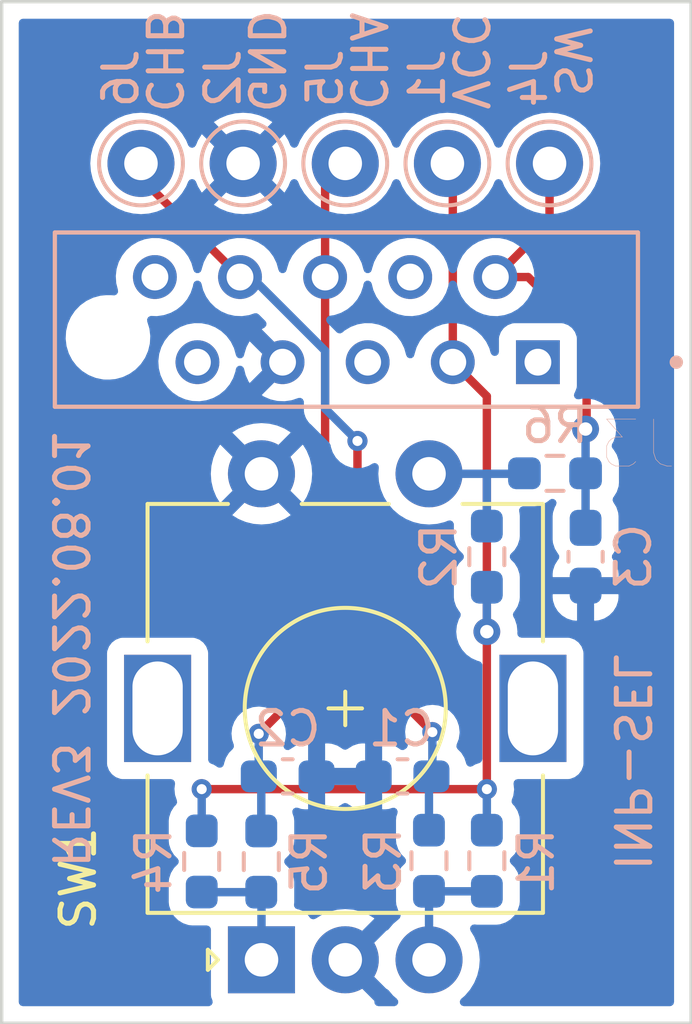
<source format=kicad_pcb>
(kicad_pcb (version 20211014) (generator pcbnew)
  (layers (0 "F.Cu" signal) (31 "B.Cu" signal) (34 "B.Paste" user) (35 "F.Paste" user) (36 "B.SilkS" user "B.Silkscreen") (37 "F.SilkS" user "F.Silkscreen") (38 "B.Mask" user) (39 "F.Mask" user) (44 "Edge.Cuts" user))
  (net 0 "")
  (net 1 "GND")
  (net 2 "RB7{slash}CHB")
  (net 3 "RB6{slash}CHA")
  (net 4 "VCC")
  (net 9 "RB4{slash}SW")
  (net 11 "Net-(R1-Pad2)")
  (net 12 "Net-(R2-Pad1)")
  (net 13 "Net-(R4-Pad2)")
  (footprint "Rotary_Encoder:RotaryEncoder_Alps_EC11E-Switch_Vertical_H20mm" (layer "F.Cu") (at 139.833 79.386 90)
    (fp_text reference "SW1" (at 2.424 -5.467 90) (layer "F.SilkS"))
    (fp_text value "RotaryEncoder_Switch")
    (fp_line (start 7 2.5) (end 8 2.5) (layer "F.SilkS") (width 0.12))
    (fp_line (start 5.5 8.4) (end 1.4 8.4) (layer "F.SilkS") (width 0.12))
    (fp_line (start 13.6 8.4) (end 9.5 8.4) (layer "F.SilkS") (width 0.12))
    (fp_line (start 1.4 -3.4) (end 1.4 8.4) (layer "F.SilkS") (width 0.12))
    (fp_line (start 13.6 6) (end 13.6 8.4) (layer "F.SilkS") (width 0.12))
    (fp_line (start 0.3 -1.6) (end 0 -1.3) (layer "F.SilkS") (width 0.12))
    (fp_line (start 5.5 -3.4) (end 1.4 -3.4) (layer "F.SilkS") (width 0.12))
    (fp_line (start 9.5 -3.4) (end 13.6 -3.4) (layer "F.SilkS") (width 0.12))
    (fp_line (start -0.3 -1.6) (end 0.3 -1.6) (layer "F.SilkS") (width 0.12))
    (fp_line (start 0 -1.3) (end -0.3 -1.6) (layer "F.SilkS") (width 0.12))
    (fp_line (start 13.6 1.2) (end 13.6 3.8) (layer "F.SilkS") (width 0.12))
    (fp_line (start 13.6 -3.4) (end 13.6 -1) (layer "F.SilkS") (width 0.12))
    (fp_line (start 7.5 2) (end 7.5 3) (layer "F.SilkS") (width 0.12))
    (fp_circle (center 7.5 2.5) (end 10.5 2.5) (layer "F.SilkS") (width 0.12) (fill none))
    (pad "A" thru_hole rect (at 0 0 90) (size 2 2) (drill 1) (layers *.Cu *.Mask) (net 13 "Net-(R4-Pad2)"))
    (pad "B" thru_hole circle (at 0 5 90) (size 2 2) (drill 1) (layers *.Cu *.Mask) (net 11 "Net-(R1-Pad2)"))
    (pad "C" thru_hole circle (at 0 2.5 90) (size 2 2) (drill 1) (layers *.Cu *.Mask) (net 1 "GND"))
    (pad "MP" thru_hole rect (at 7.5 8.1 90) (size 3.2 2) (drill oval 2.8 1.5) (layers *.Cu *.Mask))
    (pad "MP" thru_hole rect (at 7.5 -3.1 90) (size 3.2 2) (drill oval 2.8 1.5) (layers *.Cu *.Mask))
    (pad "S1" thru_hole circle (at 14.5 5 90) (size 2 2) (drill 1) (layers *.Cu *.Mask) (net 12 "Net-(R2-Pad1)"))
    (pad "S2" thru_hole circle (at 14.5 0 90) (size 2 2) (drill 1) (layers *.Cu *.Mask) (net 1 "GND"))
  )
  (footprint "Connector_Pin:Pin_D1.0mm_L10.0mm" (layer "B.Cu") (at 139.285 55.626 180)
    (fp_text reference "J2" (at 0.601 2.54 90) (layer "B.SilkS") (effects (justify mirror)))
    (fp_text value "GND")
    (fp_circle (center 0 0) (end 1.25 -0.05) (layer "B.SilkS") (width 0.12) (fill none))
    (pad "1" thru_hole circle (at 0 0 180) (size 2 2) (drill 1) (layers *.Cu *.Mask) (net 1 "GND"))
  )
  (footprint "Resistor_SMD:R_0603_1608Metric_Pad0.98x0.95mm_HandSolder" (layer "B.Cu") (at 146.558 76.4305 -90)
    (fp_text reference "R1" (at 0.0235 -1.4732 90) (layer "B.SilkS") (effects (justify mirror)))
    (fp_text value "10k")
    (fp_line (start -0.254724 -0.5225) (end 0.254724 -0.5225) (layer "B.SilkS") (width 0.12))
    (fp_line (start -0.254724 0.5225) (end 0.254724 0.5225) (layer "B.SilkS") (width 0.12))
    (pad "1" smd roundrect (at -0.9125 0 270) (size 0.975 0.95) (layers "B.Cu" "B.Paste" "B.Mask") (net 4 "VCC"))
    (pad "2" smd roundrect (at 0.9125 0 270) (size 0.975 0.95) (layers "B.Cu" "B.Paste" "B.Mask") (net 11 "Net-(R1-Pad2)"))
  )
  (footprint "Resistor_SMD:R_0603_1608Metric_Pad0.98x0.95mm_HandSolder" (layer "B.Cu") (at 144.8308 76.4305 90)
    (fp_text reference "R3" (at 0 -1.363 90) (layer "B.SilkS") (effects (justify mirror)))
    (fp_text value "10k")
    (fp_line (start -0.254724 -0.5225) (end 0.254724 -0.5225) (layer "B.SilkS") (width 0.12))
    (fp_line (start -0.254724 0.5225) (end 0.254724 0.5225) (layer "B.SilkS") (width 0.12))
    (pad "1" smd roundrect (at -0.9125 0 90) (size 0.975 0.95) (layers "B.Cu" "B.Paste" "B.Mask") (net 11 "Net-(R1-Pad2)"))
    (pad "2" smd roundrect (at 0.9125 0 90) (size 0.975 0.95) (layers "B.Cu" "B.Paste" "B.Mask") (net 2 "RB7{slash}CHB"))
  )
  (footprint "Capacitor_SMD:C_0603_1608Metric_Pad1.08x0.95mm_HandSolder" (layer "B.Cu") (at 140.6155 73.914 180)
    (fp_text reference "C2" (at 0.0011 1.4224) (layer "B.SilkS") (effects (justify mirror)))
    (fp_text value "10nF")
    (fp_line (start -0.146267 -0.51) (end 0.146267 -0.51) (layer "B.SilkS") (width 0.12))
    (fp_line (start -0.146267 0.51) (end 0.146267 0.51) (layer "B.SilkS") (width 0.12))
    (pad "1" smd roundrect (at -0.8625 0 180) (size 1.075 0.95) (layers "B.Cu" "B.Paste" "B.Mask") (net 1 "GND"))
    (pad "2" smd roundrect (at 0.8625 0 180) (size 1.075 0.95) (layers "B.Cu" "B.Paste" "B.Mask") (net 3 "RB6{slash}CHA"))
  )
  (footprint "Capacitor_SMD:C_0603_1608Metric_Pad1.08x0.95mm_HandSolder" (layer "B.Cu") (at 144.0423 73.914)
    (fp_text reference "C1" (at -0.0243 -1.4224) (layer "B.SilkS") (effects (justify mirror)))
    (fp_text value "10nF")
    (fp_line (start -0.146267 -0.51) (end 0.146267 -0.51) (layer "B.SilkS") (width 0.12))
    (fp_line (start -0.146267 0.51) (end 0.146267 0.51) (layer "B.SilkS") (width 0.12))
    (pad "1" smd roundrect (at -0.8625 0) (size 1.075 0.95) (layers "B.Cu" "B.Paste" "B.Mask") (net 1 "GND"))
    (pad "2" smd roundrect (at 0.8625 0) (size 1.075 0.95) (layers "B.Cu" "B.Paste" "B.Mask") (net 2 "RB7{slash}CHB"))
  )
  (footprint "Resistor_SMD:R_0603_1608Metric_Pad0.98x0.95mm_HandSolder" (layer "B.Cu") (at 146.558 67.3589 -90)
    (fp_text reference "R2" (at 0 1.43 90) (layer "B.SilkS") (effects (justify mirror)))
    (fp_text value "10k")
    (fp_line (start -0.254724 -0.5225) (end 0.254724 -0.5225) (layer "B.SilkS") (width 0.12))
    (fp_line (start -0.254724 0.5225) (end 0.254724 0.5225) (layer "B.SilkS") (width 0.12))
    (pad "1" smd roundrect (at -0.9125 0 270) (size 0.975 0.95) (layers "B.Cu" "B.Paste" "B.Mask") (net 12 "Net-(R2-Pad1)"))
    (pad "2" smd roundrect (at 0.9125 0 270) (size 0.975 0.95) (layers "B.Cu" "B.Paste" "B.Mask") (net 4 "VCC"))
  )
  (footprint "Connector_Pin:Pin_D1.0mm_L10.0mm" (layer "B.Cu") (at 136.237 55.626 180)
    (fp_text reference "J6" (at 0.601 2.54 90) (layer "B.SilkS") (effects (justify mirror)))
    (fp_text value "RB7")
    (fp_circle (center 0 0) (end 1.25 -0.05) (layer "B.SilkS") (width 0.12) (fill none))
    (pad "1" thru_hole circle (at 0 0 180) (size 2 2) (drill 1) (layers *.Cu *.Mask) (net 2 "RB7{slash}CHB"))
  )
  (footprint "kicad-snk:TE_CONN_RCPT_10POS_0.1_TIN_PCB" (layer "B.Cu") (at 148.082 61.556 180)
    (fp_text reference "J3" (at -2.985 -2.452) (layer "B.SilkS") (effects (font (size 1.40137 1.40137) (thickness 0.015)) (justify mirror)))
    (fp_text value "B")
    (fp_line (start -2.985 -1.33) (end -2.985 3.87) (layer "B.SilkS") (width 0.127))
    (fp_line (start 14.415 3.87) (end 14.415 -1.33) (layer "B.SilkS") (width 0.127))
    (fp_line (start -2.985 3.87) (end 14.415 3.87) (layer "B.SilkS") (width 0.127))
    (fp_line (start 14.415 -1.33) (end -2.985 -1.33) (layer "B.SilkS") (width 0.127))
    (fp_circle (center -4.13 0) (end -4.03 0) (layer "B.SilkS") (width 0.2) (fill none))
    (pad "" np_thru_hole circle locked (at 12.83 0.74 180) (size 1.5 1.5) (drill 1.5) (layers *.Cu *.Mask))
    (pad "1" thru_hole rect locked (at 0 0 180) (size 1.308 1.308) (drill 0.8) (layers *.Cu *.Mask))
    (pad "2" thru_hole circle locked (at 1.27 2.54 180) (size 1.308 1.308) (drill 0.8) (layers *.Cu *.Mask) (net 9 "RB4{slash}SW"))
    (pad "3" thru_hole circle locked (at 2.54 0 180) (size 1.308 1.308) (drill 0.8) (layers *.Cu *.Mask) (net 4 "VCC"))
    (pad "4" thru_hole circle locked (at 3.81 2.54 180) (size 1.308 1.308) (drill 0.8) (layers *.Cu *.Mask))
    (pad "5" thru_hole circle locked (at 5.08 0 180) (size 1.308 1.308) (drill 0.8) (layers *.Cu *.Mask))
    (pad "6" thru_hole circle locked (at 6.35 2.54 180) (size 1.308 1.308) (drill 0.8) (layers *.Cu *.Mask) (net 3 "RB6{slash}CHA"))
    (pad "7" thru_hole circle locked (at 7.62 0 180) (size 1.308 1.308) (drill 0.8) (layers *.Cu *.Mask) (net 1 "GND"))
    (pad "8" thru_hole circle locked (at 8.89 2.54 180) (size 1.308 1.308) (drill 0.8) (layers *.Cu *.Mask) (net 2 "RB7{slash}CHB"))
    (pad "9" thru_hole circle locked (at 10.16 0 180) (size 1.308 1.308) (drill 0.8) (layers *.Cu *.Mask))
    (pad "10" thru_hole circle locked (at 11.43 2.54 180) (size 1.308 1.308) (drill 0.8) (layers *.Cu *.Mask))
  )
  (footprint "Connector_Pin:Pin_D1.0mm_L10.0mm" (layer "B.Cu") (at 142.333 55.626 180)
    (fp_text reference "J5" (at 0.601 2.54 90) (layer "B.SilkS") (effects (justify mirror)))
    (fp_text value "RB6")
    (fp_circle (center 0 0) (end 1.25 -0.05) (layer "B.SilkS") (width 0.12) (fill none))
    (pad "1" thru_hole circle (at 0 0 180) (size 2 2) (drill 1) (layers *.Cu *.Mask) (net 3 "RB6{slash}CHA"))
  )
  (footprint "Resistor_SMD:R_0603_1608Metric_Pad0.98x0.95mm_HandSolder" (layer "B.Cu") (at 139.827 76.4559 90)
    (fp_text reference "R5" (at 0 1.43 90) (layer "B.SilkS") (effects (justify mirror)))
    (fp_text value "10k")
    (fp_line (start -0.254724 -0.5225) (end 0.254724 -0.5225) (layer "B.SilkS") (width 0.12))
    (fp_line (start -0.254724 0.5225) (end 0.254724 0.5225) (layer "B.SilkS") (width 0.12))
    (pad "1" smd roundrect (at -0.9125 0 90) (size 0.975 0.95) (layers "B.Cu" "B.Paste" "B.Mask") (net 13 "Net-(R4-Pad2)"))
    (pad "2" smd roundrect (at 0.9125 0 90) (size 0.975 0.95) (layers "B.Cu" "B.Paste" "B.Mask") (net 3 "RB6{slash}CHA"))
  )
  (footprint "Connector_Pin:Pin_D1.0mm_L10.0mm" (layer "B.Cu") (at 145.381 55.626 180)
    (fp_text reference "J1" (at 0.601 2.54 90) (layer "B.SilkS") (effects (justify mirror)))
    (fp_text value "VCC")
    (fp_circle (center 0 0) (end 1.25 -0.05) (layer "B.SilkS") (width 0.12) (fill none))
    (pad "1" thru_hole circle (at 0 0 180) (size 2 2) (drill 1) (layers *.Cu *.Mask) (net 4 "VCC"))
  )
  (footprint "Connector_Pin:Pin_D1.0mm_L10.0mm" (layer "B.Cu") (at 148.429 55.626 180)
    (fp_text reference "J4" (at 0.601 2.54 90) (layer "B.SilkS") (effects (justify mirror)))
    (fp_text value "RB4")
    (fp_circle (center 0 0) (end 1.25 -0.05) (layer "B.SilkS") (width 0.12) (fill none))
    (pad "1" thru_hole circle (at 0 0 180) (size 2 2) (drill 1) (layers *.Cu *.Mask) (net 9 "RB4{slash}SW"))
  )
  (footprint "Resistor_SMD:R_0603_1608Metric_Pad0.98x0.95mm_HandSolder" (layer "B.Cu") (at 138.049 76.4521 -90)
    (fp_text reference "R4" (at 0 1.43 90) (layer "B.SilkS") (effects (justify mirror)))
    (fp_text value "10k")
    (fp_line (start -0.254724 0.5225) (end 0.254724 0.5225) (layer "B.SilkS") (width 0.12))
    (fp_line (start -0.254724 -0.5225) (end 0.254724 -0.5225) (layer "B.SilkS") (width 0.12))
    (pad "1" smd roundrect (at -0.9125 0 270) (size 0.975 0.95) (layers "B.Cu" "B.Paste" "B.Mask") (net 4 "VCC"))
    (pad "2" smd roundrect (at 0.9125 0 270) (size 0.975 0.95) (layers "B.Cu" "B.Paste" "B.Mask") (net 13 "Net-(R4-Pad2)"))
  )
  (footprint "Resistor_SMD:R_0603_1608Metric_Pad0.98x0.95mm_HandSolder" (layer "B.Cu") (at 148.5919 64.8716 180)
    (fp_text reference "R6" (at 0 1.43) (layer "B.SilkS") (effects (justify mirror)))
    (fp_text value "10k")
    (fp_line (start -0.254724 0.5225) (end 0.254724 0.5225) (layer "B.SilkS") (width 0.12))
    (fp_line (start -0.254724 -0.5225) (end 0.254724 -0.5225) (layer "B.SilkS") (width 0.12))
    (pad "1" smd roundrect (at -0.9125 0 180) (size 0.975 0.95) (layers "B.Cu" "B.Paste" "B.Mask") (net 9 "RB4{slash}SW"))
    (pad "2" smd roundrect (at 0.9125 0 180) (size 0.975 0.95) (layers "B.Cu" "B.Paste" "B.Mask") (net 12 "Net-(R2-Pad1)"))
  )
  (footprint "Capacitor_SMD:C_0603_1608Metric_Pad1.08x0.95mm_HandSolder" (layer "B.Cu") (at 149.5044 67.3608 90)
    (fp_text reference "C3" (at 0 1.43 90) (layer "B.SilkS") (effects (justify mirror)))
    (fp_text value "10nF")
    (fp_line (start -0.146267 -0.51) (end 0.146267 -0.51) (layer "B.SilkS") (width 0.12))
    (fp_line (start -0.146267 0.51) (end 0.146267 0.51) (layer "B.SilkS") (width 0.12))
    (pad "1" smd roundrect (at -0.8625 0 90) (size 1.075 0.95) (layers "B.Cu" "B.Paste" "B.Mask") (net 1 "GND"))
    (pad "2" smd roundrect (at 0.8625 0 90) (size 1.075 0.95) (layers "B.Cu" "B.Paste" "B.Mask") (net 9 "RB4{slash}SW"))
  )
  (gr_rect (start 132.08 50.8) (end 152.654 81.28) (layer "Edge.Cuts") (width 0.1) (fill none))
  (gr_text "INP-SEL" (at 150.876 73.496773 270) (layer "B.SilkS") (effects (font (size 1 1)) (justify mirror)))
  (gr_text "VCC" (at 146.05 52.578 270) (layer "B.SilkS") (effects (font (size 1 1)) (justify mirror)))
  (gr_text "SW" (at 149.098 52.578 270) (layer "B.SilkS") (effects (font (size 1 1)) (justify mirror)))
  (gr_text "REV3 2022.08.01" (at 134.112 70.104 270) (layer "B.SilkS") (effects (font (size 1 1)) (justify mirror)))
  (gr_text "GND" (at 139.954 52.578 270) (layer "B.SilkS") (effects (font (size 1 1)) (justify mirror)))
  (gr_text "CHA" (at 143.002 52.578 270) (layer "B.SilkS") (effects (font (size 1 1)) (justify mirror)))
  (gr_text "CHB" (at 136.906 52.578 270) (layer "B.SilkS") (effects (font (size 1 1)) (justify mirror)))
  (segment (start 142.6972 70.358) (end 144.9324 72.5932) (width 0.25) (layer "F.Cu") (net 2))
  (segment (start 139.192 59.016) (end 136.237 56.061) (width 0.25) (layer "F.Cu") (net 2))
  (segment (start 136.237 56.061) (end 136.237 55.626) (width 0.25) (layer "F.Cu") (net 2))
  (segment (start 142.6972 63.9064) (end 142.6972 70.358) (width 0.25) (layer "F.Cu") (net 2))
  (via (at 142.6972 63.9064) (size 0.6) (drill 0.3) (layers "F.Cu" "B.Cu") (net 2))
  (via (at 144.9324 72.5932) (size 0.6) (drill 0.3) (layers "F.Cu" "B.Cu") (net 2))
  (segment (start 139.192 59.016) (end 139.534 59.016) (width 0.25) (layer "B.Cu") (net 2))
  (segment (start 144.8308 73.988) (end 144.9048 73.914) (width 0.25) (layer "B.Cu") (net 2))
  (segment (start 139.534 59.016) (end 141.732 61.214) (width 0.25) (layer "B.Cu") (net 2))
  (segment (start 144.8308 75.518) (end 144.8308 73.988) (width 0.25) (layer "B.Cu") (net 2))
  (segment (start 141.732 62.8396) (end 141.732 62.9412) (width 0.25) (layer "B.Cu") (net 2))
  (segment (start 144.9324 72.5932) (end 144.9324 73.8864) (width 0.25) (layer "B.Cu") (net 2))
  (segment (start 144.9324 73.8864) (end 144.9048 73.914) (width 0.25) (layer "B.Cu") (net 2))
  (segment (start 141.732 62.9412) (end 142.6972 63.9064) (width 0.25) (layer "B.Cu") (net 2))
  (segment (start 141.732 61.214) (end 141.732 62.8396) (width 0.25) (layer "B.Cu") (net 2))
  (segment (start 141.732 59.016) (end 141.732 56.227) (width 0.25) (layer "F.Cu") (net 3))
  (segment (start 141.732 56.227) (end 142.333 55.626) (width 0.25) (layer "F.Cu") (net 3))
  (segment (start 141.732 70.6628) (end 139.7508 72.644) (width 0.25) (layer "F.Cu") (net 3))
  (segment (start 141.732 59.016) (end 141.732 70.6628) (width 0.25) (layer "F.Cu") (net 3))
  (via (at 139.7508 72.644) (size 0.6) (drill 0.3) (layers "F.Cu" "B.Cu") (net 3))
  (segment (start 139.7508 73.9118) (end 139.753 73.914) (width 0.25) (layer "B.Cu") (net 3))
  (segment (start 139.827 73.988) (end 139.753 73.914) (width 0.25) (layer "B.Cu") (net 3))
  (segment (start 139.827 75.5434) (end 139.827 73.988) (width 0.25) (layer "B.Cu") (net 3))
  (segment (start 139.7508 72.644) (end 139.7508 73.9118) (width 0.25) (layer "B.Cu") (net 3))
  (segment (start 146.558 74.295) (end 146.558 69.596) (width 0.25) (layer "F.Cu") (net 4))
  (segment (start 145.542 61.556) (end 145.542 55.787) (width 0.25) (layer "F.Cu") (net 4))
  (segment (start 138.049 74.295) (end 146.558 74.295) (width 0.25) (layer "F.Cu") (net 4))
  (segment (start 145.542 55.787) (end 145.381 55.626) (width 0.25) (layer "F.Cu") (net 4))
  (segment (start 146.558 69.596) (end 146.558 62.572) (width 0.25) (layer "F.Cu") (net 4))
  (segment (start 146.558 62.572) (end 145.542 61.556) (width 0.25) (layer "F.Cu") (net 4))
  (via (at 146.558 69.596) (size 0.8) (drill 0.4) (layers "F.Cu" "B.Cu") (net 4))
  (via (at 146.558 74.295) (size 0.6) (drill 0.3) (layers "F.Cu" "B.Cu") (net 4))
  (via (at 138.049 74.295) (size 0.6) (drill 0.3) (layers "F.Cu" "B.Cu") (net 4))
  (segment (start 138.1995 75.2875) (end 138.176 75.311) (width 0.25) (layer "B.Cu") (net 4))
  (segment (start 146.558 74.295) (end 146.558 75.518) (width 0.25) (layer "B.Cu") (net 4))
  (segment (start 138.049 75.5396) (end 138.049 74.295) (width 0.25) (layer "B.Cu") (net 4))
  (segment (start 146.558 68.2714) (end 146.558 69.596) (width 0.25) (layer "B.Cu") (net 4))
  (segment (start 149.5044 63.5508) (end 149.535601 63.519599) (width 0.25) (layer "F.Cu") (net 9))
  (segment (start 147.790602 59.016) (end 146.812 59.016) (width 0.25) (layer "F.Cu") (net 9))
  (segment (start 146.812 59.016) (end 148.429 57.399) (width 0.25) (layer "F.Cu") (net 9))
  (segment (start 149.535601 63.519599) (end 149.535601 60.760999) (width 0.25) (layer "F.Cu") (net 9))
  (segment (start 149.535601 60.760999) (end 147.790602 59.016) (width 0.25) (layer "F.Cu") (net 9))
  (segment (start 148.429 57.399) (end 148.429 55.626) (width 0.25) (layer "F.Cu") (net 9))
  (via (at 149.5044 63.5508) (size 0.8) (drill 0.4) (layers "F.Cu" "B.Cu") (net 9))
  (segment (start 149.5044 66.4983) (end 149.5044 64.8716) (width 0.25) (layer "B.Cu") (net 9))
  (segment (start 149.5044 64.8716) (end 149.5044 63.5508) (width 0.25) (layer "B.Cu") (net 9))
  (segment (start 144.833 77.3452) (end 144.8308 77.343) (width 0.25) (layer "B.Cu") (net 11))
  (segment (start 146.558 77.343) (end 144.8308 77.343) (width 0.25) (layer "B.Cu") (net 11))
  (segment (start 144.833 79.386) (end 144.833 77.3452) (width 0.25) (layer "B.Cu") (net 11))
  (segment (start 147.665 64.886) (end 146.5436 64.886) (width 0.25) (layer "B.Cu") (net 12))
  (segment (start 147.6794 64.8716) (end 147.665 64.886) (width 0.25) (layer "B.Cu") (net 12))
  (segment (start 146.558 66.4464) (end 146.558 64.9004) (width 0.25) (layer "B.Cu") (net 12))
  (segment (start 146.5436 64.886) (end 144.833 64.886) (width 0.25) (layer "B.Cu") (net 12))
  (segment (start 144.78 64.939) (end 144.833 64.886) (width 0.25) (layer "B.Cu") (net 12))
  (segment (start 146.558 64.9004) (end 146.5436 64.886) (width 0.25) (layer "B.Cu") (net 12))
  (segment (start 139.833 79.386) (end 139.833 77.3744) (width 0.25) (layer "B.Cu") (net 13))
  (segment (start 138.3068 77.3684) (end 138.303 77.3646) (width 0.25) (layer "B.Cu") (net 13))
  (segment (start 138.0528 77.3684) (end 138.049 77.3646) (width 0.25) (layer "B.Cu") (net 13))
  (segment (start 139.827 77.3684) (end 138.0528 77.3684) (width 0.25) (layer "B.Cu") (net 13))
  (segment (start 139.833 77.3744) (end 139.827 77.3684) (width 0.25) (layer "B.Cu") (net 13))
  (zone (net 1) (net_name "GND") (layer "B.Cu") (connect_pads (clearance 0.508)) (min_thickness 0.254) (fill yes (thermal_gap 0.508) (thermal_bridge_width 0.508))
    (polygon (pts (xy 152.654 81.28) (xy 132.08 81.28) (xy 132.08 50.8) (xy 152.654 50.8)))
  )
)
</source>
